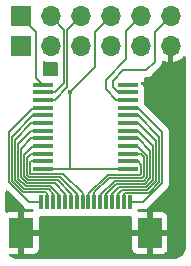
<source format=gbr>
%TF.GenerationSoftware,KiCad,Pcbnew,8.0.8-8.0.8-0~ubuntu24.04.1*%
%TF.CreationDate,2025-03-22T16:56:25+00:00*%
%TF.ProjectId,FSRrayDMUX-ADC,46535272-6179-4444-9d55-582d4144432e,rev?*%
%TF.SameCoordinates,Original*%
%TF.FileFunction,Copper,L1,Top*%
%TF.FilePolarity,Positive*%
%FSLAX46Y46*%
G04 Gerber Fmt 4.6, Leading zero omitted, Abs format (unit mm)*
G04 Created by KiCad (PCBNEW 8.0.8-8.0.8-0~ubuntu24.04.1) date 2025-03-22 16:56:25*
%MOMM*%
%LPD*%
G01*
G04 APERTURE LIST*
%TA.AperFunction,SMDPad,CuDef*%
%ADD10R,0.300000X1.250000*%
%TD*%
%TA.AperFunction,SMDPad,CuDef*%
%ADD11R,2.000000X2.500000*%
%TD*%
%TA.AperFunction,ComponentPad*%
%ADD12R,1.700000X1.700000*%
%TD*%
%TA.AperFunction,ComponentPad*%
%ADD13O,1.700000X1.700000*%
%TD*%
%TA.AperFunction,SMDPad,CuDef*%
%ADD14R,1.750000X0.450000*%
%TD*%
%TA.AperFunction,ViaPad*%
%ADD15C,0.400000*%
%TD*%
%TA.AperFunction,Conductor*%
%ADD16C,0.127000*%
%TD*%
G04 APERTURE END LIST*
D10*
%TO.P,FPC1,1,1*%
%TO.N,Net-(MUX1-I15)*%
X150250000Y-138710000D03*
%TO.P,FPC1,2,2*%
%TO.N,Net-(MUX1-I14)*%
X150750000Y-138710000D03*
%TO.P,FPC1,3,3*%
%TO.N,Net-(MUX1-I13)*%
X151250000Y-138710000D03*
%TO.P,FPC1,4,4*%
%TO.N,Net-(MUX1-I12)*%
X151750000Y-138710000D03*
%TO.P,FPC1,5,5*%
%TO.N,Net-(MUX1-I11)*%
X152250000Y-138710000D03*
%TO.P,FPC1,6,6*%
%TO.N,Net-(MUX1-I10)*%
X152750000Y-138710000D03*
%TO.P,FPC1,7,7*%
%TO.N,Net-(MUX1-I9)*%
X153250000Y-138710000D03*
%TO.P,FPC1,8,8*%
%TO.N,Net-(MUX1-I8)*%
X153750000Y-138710000D03*
%TO.P,FPC1,9,9*%
%TO.N,Net-(MUX1-I7)*%
X154250000Y-138710000D03*
%TO.P,FPC1,10,10*%
%TO.N,Net-(MUX1-I6)*%
X154750000Y-138710000D03*
%TO.P,FPC1,11,11*%
%TO.N,Net-(MUX1-I5)*%
X155250000Y-138710000D03*
%TO.P,FPC1,12,12*%
%TO.N,Net-(MUX1-I4)*%
X155750000Y-138710000D03*
%TO.P,FPC1,13,13*%
%TO.N,Net-(MUX1-I3)*%
X156250000Y-138710000D03*
%TO.P,FPC1,14,14*%
%TO.N,Net-(MUX1-I2)*%
X156750000Y-138710000D03*
%TO.P,FPC1,15,15*%
%TO.N,Net-(MUX1-I1)*%
X157250000Y-138710000D03*
%TO.P,FPC1,16,16*%
%TO.N,Net-(MUX1-I0)*%
X157750000Y-138710000D03*
D11*
%TO.P,FPC1,17,17*%
%TO.N,GND*%
X159440000Y-141290000D03*
%TO.P,FPC1,18,18*%
X148560000Y-141290000D03*
%TD*%
D12*
%TO.P,J1,1,Pin_1*%
%TO.N,/CS1*%
X148500000Y-125500000D03*
D13*
%TO.P,J1,2,Pin_2*%
%TO.N,/SCLK*%
X151040000Y-125500000D03*
%TO.P,J1,3,Pin_3*%
%TO.N,/MOSI*%
X153580000Y-125500000D03*
%TO.P,J1,4,Pin_4*%
%TO.N,/MISO*%
X156120000Y-125500000D03*
%TO.P,J1,5,Pin_5*%
%TO.N,/EOC1*%
X158660000Y-125500000D03*
%TO.P,J1,6,Pin_6*%
%TO.N,GND*%
X161200000Y-125500000D03*
%TD*%
D14*
%TO.P,MUX1,1,COM*%
%TO.N,+5V*%
X157600000Y-135875000D03*
%TO.P,MUX1,2,I7*%
%TO.N,Net-(MUX1-I7)*%
X157600000Y-135225000D03*
%TO.P,MUX1,3,I6*%
%TO.N,Net-(MUX1-I6)*%
X157600000Y-134575000D03*
%TO.P,MUX1,4,I5*%
%TO.N,Net-(MUX1-I5)*%
X157600000Y-133925000D03*
%TO.P,MUX1,5,I4*%
%TO.N,Net-(MUX1-I4)*%
X157600000Y-133275000D03*
%TO.P,MUX1,6,I3*%
%TO.N,Net-(MUX1-I3)*%
X157600000Y-132625000D03*
%TO.P,MUX1,7,I2*%
%TO.N,Net-(MUX1-I2)*%
X157600000Y-131975000D03*
%TO.P,MUX1,8,I1*%
%TO.N,Net-(MUX1-I1)*%
X157600000Y-131325000D03*
%TO.P,MUX1,9,I0*%
%TO.N,Net-(MUX1-I0)*%
X157600000Y-130675000D03*
%TO.P,MUX1,10,S0*%
%TO.N,/S0*%
X157600000Y-130025000D03*
%TO.P,MUX1,11,S1*%
%TO.N,/S1*%
X157600000Y-129375000D03*
%TO.P,MUX1,12,GND*%
%TO.N,GND*%
X157600000Y-128725000D03*
%TO.P,MUX1,13,S3*%
%TO.N,/S3*%
X150400000Y-128725000D03*
%TO.P,MUX1,14,S2*%
%TO.N,/S2*%
X150400000Y-129375000D03*
%TO.P,MUX1,15,~{E}*%
%TO.N,/EN1*%
X150400000Y-130025000D03*
%TO.P,MUX1,16,I15*%
%TO.N,Net-(MUX1-I15)*%
X150400000Y-130675000D03*
%TO.P,MUX1,17,I14*%
%TO.N,Net-(MUX1-I14)*%
X150400000Y-131325000D03*
%TO.P,MUX1,18,I13*%
%TO.N,Net-(MUX1-I13)*%
X150400000Y-131975000D03*
%TO.P,MUX1,19,I12*%
%TO.N,Net-(MUX1-I12)*%
X150400000Y-132625000D03*
%TO.P,MUX1,20,I11*%
%TO.N,Net-(MUX1-I11)*%
X150400000Y-133275000D03*
%TO.P,MUX1,21,I10*%
%TO.N,Net-(MUX1-I10)*%
X150400000Y-133925000D03*
%TO.P,MUX1,22,I9*%
%TO.N,Net-(MUX1-I9)*%
X150400000Y-134575000D03*
%TO.P,MUX1,23,I8*%
%TO.N,Net-(MUX1-I8)*%
X150400000Y-135225000D03*
%TO.P,MUX1,24,VCC*%
%TO.N,+5V*%
X150400000Y-135875000D03*
%TD*%
D12*
%TO.P,J4,1,Pin_1*%
%TO.N,/S3*%
X148500000Y-122960000D03*
D13*
%TO.P,J4,2,Pin_2*%
%TO.N,/S2*%
X151040000Y-122960000D03*
%TO.P,J4,3,Pin_3*%
%TO.N,/EN1*%
X153580000Y-122960000D03*
%TO.P,J4,4,Pin_4*%
%TO.N,+5V*%
X156120000Y-122960000D03*
%TO.P,J4,5,Pin_5*%
%TO.N,/S0*%
X158660000Y-122960000D03*
%TO.P,J4,6,Pin_6*%
%TO.N,/S1*%
X161200000Y-122960000D03*
%TD*%
D15*
%TO.N,+5V*%
X152717500Y-129365000D03*
%TO.N,GND*%
X159440000Y-141290000D03*
X148560000Y-141290000D03*
X151280000Y-127100000D03*
%TD*%
D16*
%TO.N,+5V*%
X154800000Y-124280000D02*
X156120000Y-122960000D01*
X152700000Y-129382500D02*
X152700000Y-135875000D01*
X152717500Y-129365000D02*
X154800000Y-127282500D01*
X154800000Y-127282500D02*
X154800000Y-124280000D01*
X152700000Y-135875000D02*
X157600000Y-135875000D01*
X152717500Y-129365000D02*
X152700000Y-129382500D01*
X150400000Y-135875000D02*
X152700000Y-135875000D01*
%TO.N,Net-(MUX1-I14)*%
X147754000Y-133140000D02*
X149569000Y-131325000D01*
X147754000Y-136894790D02*
X147754000Y-133140000D01*
X150750000Y-137958000D02*
X150652000Y-137860000D01*
X150750000Y-138710000D02*
X150750000Y-137958000D01*
X148719210Y-137860000D02*
X147754000Y-136894790D01*
X150652000Y-137860000D02*
X148719210Y-137860000D01*
X149569000Y-131325000D02*
X150400000Y-131325000D01*
%TO.N,Net-(MUX1-I7)*%
X158722000Y-136278000D02*
X158634000Y-136366000D01*
X154250000Y-137981790D02*
X154250000Y-138710000D01*
X158634000Y-136366000D02*
X155865790Y-136366000D01*
X155865790Y-136366000D02*
X154250000Y-137981790D01*
X157600000Y-135225000D02*
X158431000Y-135225000D01*
X158722000Y-135516000D02*
X158722000Y-136278000D01*
X158431000Y-135225000D02*
X158722000Y-135516000D01*
%TO.N,Net-(MUX1-I8)*%
X153750000Y-137950000D02*
X153750000Y-138710000D01*
X150400000Y-135225000D02*
X149398000Y-135225000D01*
X149398000Y-135225000D02*
X149334500Y-135288500D01*
X152136000Y-136336000D02*
X153750000Y-137950000D01*
X149334500Y-135288500D02*
X149334500Y-136270500D01*
X149334500Y-136270500D02*
X149400000Y-136336000D01*
X149400000Y-136336000D02*
X152136000Y-136336000D01*
%TO.N,Net-(MUX1-I4)*%
X159484000Y-134328000D02*
X158431000Y-133275000D01*
X155750000Y-138710000D02*
X155750000Y-137958000D01*
X159035160Y-137128000D02*
X159484000Y-136679160D01*
X158431000Y-133275000D02*
X157600000Y-133275000D01*
X155750000Y-137958000D02*
X156580000Y-137128000D01*
X156580000Y-137128000D02*
X159035160Y-137128000D01*
X159484000Y-136679160D02*
X159484000Y-134328000D01*
%TO.N,Net-(MUX1-I12)*%
X151750000Y-138710000D02*
X151750000Y-138098790D01*
X151003210Y-137352000D02*
X148929630Y-137352000D01*
X149398000Y-132625000D02*
X150400000Y-132625000D01*
X148262000Y-133761000D02*
X149398000Y-132625000D01*
X148929630Y-137352000D02*
X148262000Y-136684370D01*
X151750000Y-138098790D02*
X151003210Y-137352000D01*
X148262000Y-136684370D02*
X148262000Y-133761000D01*
%TO.N,Net-(MUX1-I3)*%
X159140370Y-137382000D02*
X159738000Y-136784370D01*
X158431000Y-132625000D02*
X157600000Y-132625000D01*
X156826000Y-137382000D02*
X159140370Y-137382000D01*
X156250000Y-137958000D02*
X156826000Y-137382000D01*
X156250000Y-138710000D02*
X156250000Y-137958000D01*
X159738000Y-136784370D02*
X159738000Y-133932000D01*
X159738000Y-133932000D02*
X158431000Y-132625000D01*
%TO.N,Net-(MUX1-I1)*%
X160246000Y-136994790D02*
X159346290Y-137894500D01*
X158431000Y-131325000D02*
X160246000Y-133140000D01*
X157600000Y-131325000D02*
X158431000Y-131325000D01*
X157250000Y-137958000D02*
X157250000Y-138710000D01*
X160246000Y-133140000D02*
X160246000Y-136994790D01*
X159346290Y-137894500D02*
X157313500Y-137894500D01*
X157313500Y-137894500D02*
X157250000Y-137958000D01*
%TO.N,Net-(MUX1-I13)*%
X148824420Y-137606000D02*
X148008000Y-136789580D01*
X151250000Y-137958000D02*
X150898000Y-137606000D01*
X148008000Y-136789580D02*
X148008000Y-133392000D01*
X148008000Y-133392000D02*
X149425000Y-131975000D01*
X151250000Y-138710000D02*
X151250000Y-137958000D01*
X149425000Y-131975000D02*
X150400000Y-131975000D01*
X150898000Y-137606000D02*
X148824420Y-137606000D01*
%TO.N,Net-(MUX1-I10)*%
X148770000Y-136473950D02*
X148770000Y-134724000D01*
X148770000Y-134724000D02*
X149569000Y-133925000D01*
X152750000Y-137958000D02*
X151636000Y-136844000D01*
X149569000Y-133925000D02*
X150400000Y-133925000D01*
X151636000Y-136844000D02*
X149140050Y-136844000D01*
X149140050Y-136844000D02*
X148770000Y-136473950D01*
X152750000Y-138710000D02*
X152750000Y-137958000D01*
%TO.N,Net-(MUX1-I11)*%
X148516000Y-134157000D02*
X149398000Y-133275000D01*
X149398000Y-133275000D02*
X150400000Y-133275000D01*
X151390000Y-137098000D02*
X149034840Y-137098000D01*
X152250000Y-138710000D02*
X152250000Y-137958000D01*
X149034840Y-137098000D02*
X148516000Y-136579160D01*
X152250000Y-137958000D02*
X151390000Y-137098000D01*
X148516000Y-136579160D02*
X148516000Y-134157000D01*
%TO.N,Net-(MUX1-I15)*%
X150400000Y-130675000D02*
X149569000Y-130675000D01*
X147500000Y-137000000D02*
X149210000Y-138710000D01*
X149569000Y-130675000D02*
X147500000Y-132744000D01*
X149210000Y-138710000D02*
X150250000Y-138710000D01*
X147500000Y-132744000D02*
X147500000Y-137000000D01*
%TO.N,Net-(MUX1-I5)*%
X155250000Y-138098790D02*
X156474790Y-136874000D01*
X158374710Y-133925000D02*
X157600000Y-133925000D01*
X155250000Y-138710000D02*
X155250000Y-138098790D01*
X156474790Y-136874000D02*
X158929950Y-136874000D01*
X159230000Y-134780290D02*
X158374710Y-133925000D01*
X158929950Y-136874000D02*
X159230000Y-136573950D01*
X159230000Y-136573950D02*
X159230000Y-134780290D01*
%TO.N,Net-(MUX1-I0)*%
X160500000Y-132744000D02*
X158431000Y-130675000D01*
X158890000Y-138710000D02*
X160500000Y-137100000D01*
X160500000Y-137100000D02*
X160500000Y-132744000D01*
X157750000Y-138710000D02*
X158890000Y-138710000D01*
X158431000Y-130675000D02*
X157600000Y-130675000D01*
%TO.N,Net-(MUX1-I2)*%
X156750000Y-138710000D02*
X156750000Y-137958000D01*
X156750000Y-137958000D02*
X157072000Y-137636000D01*
X159245580Y-137636000D02*
X159992000Y-136889580D01*
X158431000Y-131975000D02*
X157600000Y-131975000D01*
X159992000Y-133536000D02*
X158431000Y-131975000D01*
X157072000Y-137636000D02*
X159245580Y-137636000D01*
X159992000Y-136889580D02*
X159992000Y-133536000D01*
%TO.N,Net-(MUX1-I9)*%
X149398000Y-134575000D02*
X150400000Y-134575000D01*
X149024000Y-136368740D02*
X149024000Y-134949000D01*
X149024000Y-134949000D02*
X149398000Y-134575000D01*
X153250000Y-137958000D02*
X151882000Y-136590000D01*
X153250000Y-138710000D02*
X153250000Y-137958000D01*
X151882000Y-136590000D02*
X149245260Y-136590000D01*
X149245260Y-136590000D02*
X149024000Y-136368740D01*
%TO.N,Net-(MUX1-I6)*%
X154750000Y-137841000D02*
X155971000Y-136620000D01*
X158665500Y-134575000D02*
X157600000Y-134575000D01*
X155971000Y-136620000D02*
X158824740Y-136620000D01*
X158824740Y-136620000D02*
X158976000Y-136468740D01*
X154750000Y-138710000D02*
X154750000Y-137841000D01*
X158976000Y-134885500D02*
X158665500Y-134575000D01*
X158976000Y-136468740D02*
X158976000Y-134885500D01*
%TO.N,/EN1*%
X152454000Y-124086000D02*
X153580000Y-122960000D01*
X152454000Y-128973000D02*
X152454000Y-124086000D01*
X151402000Y-130025000D02*
X152454000Y-128973000D01*
X150400000Y-130025000D02*
X151402000Y-130025000D01*
%TO.N,/S3*%
X150369512Y-128725000D02*
X149800000Y-128155488D01*
X149800000Y-124260000D02*
X148500000Y-122960000D01*
X150400000Y-128725000D02*
X150369512Y-128725000D01*
X149800000Y-128155488D02*
X149800000Y-124260000D01*
%TO.N,/S2*%
X150400000Y-129375000D02*
X151402000Y-129375000D01*
X152200000Y-124120000D02*
X151040000Y-122960000D01*
X151402000Y-129375000D02*
X152200000Y-128577000D01*
X152200000Y-128577000D02*
X152200000Y-124120000D01*
%TO.N,/S1*%
X156300000Y-128906000D02*
X156300000Y-128400000D01*
X159900000Y-126800000D02*
X159900000Y-124260000D01*
X159163500Y-127536500D02*
X159900000Y-126800000D01*
X156300000Y-128400000D02*
X157163500Y-127536500D01*
X157600000Y-129375000D02*
X156769000Y-129375000D01*
X159900000Y-124260000D02*
X161200000Y-122960000D01*
X157163500Y-127536500D02*
X159163500Y-127536500D01*
X156769000Y-129375000D02*
X156300000Y-128906000D01*
%TO.N,/S0*%
X155700000Y-129127000D02*
X155700000Y-128300000D01*
X155700000Y-128300000D02*
X157400000Y-126600000D01*
X157400000Y-126600000D02*
X157400000Y-124220000D01*
X157400000Y-124220000D02*
X158660000Y-122960000D01*
X157600000Y-130025000D02*
X156598000Y-130025000D01*
X156598000Y-130025000D02*
X155700000Y-129127000D01*
%TD*%
%TA.AperFunction,Conductor*%
%TO.N,GND*%
G36*
X161450000Y-126830633D02*
G01*
X161663483Y-126773433D01*
X161663492Y-126773429D01*
X161877578Y-126673600D01*
X162071082Y-126538105D01*
X162238107Y-126371080D01*
X162263925Y-126334209D01*
X162318501Y-126290584D01*
X162388000Y-126283390D01*
X162450355Y-126314912D01*
X162485769Y-126375142D01*
X162489500Y-126405332D01*
X162489500Y-142494587D01*
X162489028Y-142505395D01*
X162475412Y-142661017D01*
X162471659Y-142682303D01*
X162432633Y-142827950D01*
X162425240Y-142848261D01*
X162361517Y-142984915D01*
X162350710Y-143003633D01*
X162264220Y-143127154D01*
X162250326Y-143143712D01*
X162143712Y-143250326D01*
X162127154Y-143264220D01*
X162003633Y-143350710D01*
X161984915Y-143361517D01*
X161848261Y-143425240D01*
X161827950Y-143432633D01*
X161682303Y-143471659D01*
X161661017Y-143475412D01*
X161527247Y-143487116D01*
X161505393Y-143489028D01*
X161494588Y-143489500D01*
X148205412Y-143489500D01*
X148194606Y-143489028D01*
X148169584Y-143486838D01*
X148038982Y-143475412D01*
X148017696Y-143471659D01*
X147872049Y-143432633D01*
X147851738Y-143425240D01*
X147715084Y-143361517D01*
X147696366Y-143350710D01*
X147574780Y-143265575D01*
X147531155Y-143210998D01*
X147523961Y-143141500D01*
X147555484Y-143079145D01*
X147615714Y-143043731D01*
X147645903Y-143040000D01*
X148310000Y-143040000D01*
X148810000Y-143040000D01*
X149607828Y-143040000D01*
X149607844Y-143039999D01*
X149667372Y-143033598D01*
X149667379Y-143033596D01*
X149802086Y-142983354D01*
X149802093Y-142983350D01*
X149917187Y-142897190D01*
X149917190Y-142897187D01*
X150003350Y-142782093D01*
X150003354Y-142782086D01*
X150053596Y-142647379D01*
X150053598Y-142647372D01*
X150059999Y-142587844D01*
X157940000Y-142587844D01*
X157946401Y-142647372D01*
X157946403Y-142647379D01*
X157996645Y-142782086D01*
X157996649Y-142782093D01*
X158082809Y-142897187D01*
X158082812Y-142897190D01*
X158197906Y-142983350D01*
X158197913Y-142983354D01*
X158332620Y-143033596D01*
X158332627Y-143033598D01*
X158392155Y-143039999D01*
X158392172Y-143040000D01*
X159190000Y-143040000D01*
X159690000Y-143040000D01*
X160487828Y-143040000D01*
X160487844Y-143039999D01*
X160547372Y-143033598D01*
X160547379Y-143033596D01*
X160682086Y-142983354D01*
X160682093Y-142983350D01*
X160797187Y-142897190D01*
X160797190Y-142897187D01*
X160883350Y-142782093D01*
X160883354Y-142782086D01*
X160933596Y-142647379D01*
X160933598Y-142647372D01*
X160939999Y-142587844D01*
X160940000Y-142587827D01*
X160940000Y-141540000D01*
X159690000Y-141540000D01*
X159690000Y-143040000D01*
X159190000Y-143040000D01*
X159190000Y-141540000D01*
X157940000Y-141540000D01*
X157940000Y-142587844D01*
X150059999Y-142587844D01*
X150060000Y-142587827D01*
X150060000Y-141540000D01*
X148810000Y-141540000D01*
X148810000Y-143040000D01*
X148310000Y-143040000D01*
X148310000Y-139540000D01*
X147512155Y-139540000D01*
X147452627Y-139546401D01*
X147452620Y-139546403D01*
X147377833Y-139574297D01*
X147308141Y-139579281D01*
X147246818Y-139545796D01*
X147213334Y-139484473D01*
X147210500Y-139458115D01*
X147210500Y-137807478D01*
X147230185Y-137740439D01*
X147282989Y-137694684D01*
X147352147Y-137684740D01*
X147415703Y-137713765D01*
X147422181Y-137719797D01*
X148754346Y-139051962D01*
X148754356Y-139051973D01*
X148758686Y-139056303D01*
X148758687Y-139056304D01*
X148863696Y-139161313D01*
X148992304Y-139235565D01*
X149135747Y-139274000D01*
X149135748Y-139274000D01*
X149476412Y-139274000D01*
X149543451Y-139293685D01*
X149589206Y-139346489D01*
X149599702Y-139384746D01*
X149601637Y-139402746D01*
X149589230Y-139471506D01*
X149541619Y-139522642D01*
X149478347Y-139540000D01*
X148810000Y-139540000D01*
X148810000Y-141040000D01*
X150060000Y-141040000D01*
X150060000Y-139992172D01*
X150059999Y-139992158D01*
X150057913Y-139972756D01*
X150070317Y-139903996D01*
X150117927Y-139852858D01*
X150181199Y-139835499D01*
X150447872Y-139835499D01*
X150447885Y-139835498D01*
X150486744Y-139831320D01*
X150513252Y-139831320D01*
X150552127Y-139835500D01*
X150947872Y-139835499D01*
X150947873Y-139835498D01*
X150947885Y-139835498D01*
X150986744Y-139831320D01*
X151013252Y-139831320D01*
X151052127Y-139835500D01*
X151447872Y-139835499D01*
X151447873Y-139835498D01*
X151447885Y-139835498D01*
X151486744Y-139831320D01*
X151513252Y-139831320D01*
X151552127Y-139835500D01*
X151947872Y-139835499D01*
X151947873Y-139835498D01*
X151947885Y-139835498D01*
X151986744Y-139831320D01*
X152013252Y-139831320D01*
X152052127Y-139835500D01*
X152447872Y-139835499D01*
X152447873Y-139835498D01*
X152447885Y-139835498D01*
X152486744Y-139831320D01*
X152513252Y-139831320D01*
X152552127Y-139835500D01*
X152947872Y-139835499D01*
X152947873Y-139835498D01*
X152947885Y-139835498D01*
X152986744Y-139831320D01*
X153013252Y-139831320D01*
X153052127Y-139835500D01*
X153447872Y-139835499D01*
X153447873Y-139835498D01*
X153447885Y-139835498D01*
X153486744Y-139831320D01*
X153513252Y-139831320D01*
X153552127Y-139835500D01*
X153947872Y-139835499D01*
X153947873Y-139835498D01*
X153947885Y-139835498D01*
X153986744Y-139831320D01*
X154013252Y-139831320D01*
X154052127Y-139835500D01*
X154447872Y-139835499D01*
X154447873Y-139835498D01*
X154447885Y-139835498D01*
X154486744Y-139831320D01*
X154513252Y-139831320D01*
X154552127Y-139835500D01*
X154947872Y-139835499D01*
X154947873Y-139835498D01*
X154947885Y-139835498D01*
X154986744Y-139831320D01*
X155013252Y-139831320D01*
X155052127Y-139835500D01*
X155447872Y-139835499D01*
X155447873Y-139835498D01*
X155447885Y-139835498D01*
X155486744Y-139831320D01*
X155513252Y-139831320D01*
X155552127Y-139835500D01*
X155947872Y-139835499D01*
X155947873Y-139835498D01*
X155947885Y-139835498D01*
X155986744Y-139831320D01*
X156013252Y-139831320D01*
X156052127Y-139835500D01*
X156447872Y-139835499D01*
X156447873Y-139835498D01*
X156447885Y-139835498D01*
X156486744Y-139831320D01*
X156513252Y-139831320D01*
X156552127Y-139835500D01*
X156947872Y-139835499D01*
X156947873Y-139835498D01*
X156947885Y-139835498D01*
X156986744Y-139831320D01*
X157013252Y-139831320D01*
X157052127Y-139835500D01*
X157447872Y-139835499D01*
X157447873Y-139835498D01*
X157447885Y-139835498D01*
X157486744Y-139831320D01*
X157513252Y-139831320D01*
X157552127Y-139835500D01*
X157818798Y-139835499D01*
X157885836Y-139855183D01*
X157931591Y-139907987D01*
X157942087Y-139972750D01*
X157940000Y-139992161D01*
X157940000Y-141040000D01*
X159190000Y-141040000D01*
X159690000Y-141040000D01*
X160940000Y-141040000D01*
X160940000Y-139992172D01*
X160939999Y-139992155D01*
X160933598Y-139932627D01*
X160933596Y-139932620D01*
X160883354Y-139797913D01*
X160883350Y-139797906D01*
X160797190Y-139682812D01*
X160797187Y-139682809D01*
X160682093Y-139596649D01*
X160682086Y-139596645D01*
X160547379Y-139546403D01*
X160547372Y-139546401D01*
X160487844Y-139540000D01*
X159690000Y-139540000D01*
X159690000Y-141040000D01*
X159190000Y-141040000D01*
X159190000Y-139540000D01*
X158521653Y-139540000D01*
X158454614Y-139520315D01*
X158408859Y-139467511D01*
X158398363Y-139402746D01*
X158400298Y-139384743D01*
X158427036Y-139320195D01*
X158484428Y-139280346D01*
X158523588Y-139274000D01*
X158964251Y-139274000D01*
X158964253Y-139274000D01*
X159107696Y-139235565D01*
X159236304Y-139161313D01*
X159341313Y-139056304D01*
X159341313Y-139056302D01*
X159351517Y-139046099D01*
X159351521Y-139046094D01*
X160836094Y-137561521D01*
X160836099Y-137561517D01*
X160846302Y-137551313D01*
X160846304Y-137551313D01*
X160951313Y-137446304D01*
X161025565Y-137317696D01*
X161031378Y-137296000D01*
X161064001Y-137174252D01*
X161064001Y-137025747D01*
X161064001Y-137018152D01*
X161064000Y-137018134D01*
X161064000Y-132669750D01*
X161064000Y-132669748D01*
X161025565Y-132526304D01*
X160951313Y-132397696D01*
X160846304Y-132292687D01*
X160846303Y-132292686D01*
X160841973Y-132288356D01*
X160841962Y-132288346D01*
X159008811Y-130455195D01*
X158975326Y-130393872D01*
X158973203Y-130380777D01*
X158971319Y-130363245D01*
X158971320Y-130336745D01*
X158975500Y-130297873D01*
X158975499Y-129752128D01*
X158975499Y-129752127D01*
X158975498Y-129752111D01*
X158971320Y-129713253D01*
X158971320Y-129686745D01*
X158975500Y-129647873D01*
X158975499Y-129102128D01*
X158971067Y-129060898D01*
X158971068Y-129034393D01*
X158974999Y-128997833D01*
X158975000Y-128997819D01*
X158975000Y-128950000D01*
X158959388Y-128934388D01*
X158945516Y-128930315D01*
X158913289Y-128900312D01*
X158874999Y-128849164D01*
X158832546Y-128792454D01*
X158832544Y-128792453D01*
X158832544Y-128792452D01*
X158740124Y-128723266D01*
X158698253Y-128667332D01*
X158693269Y-128597641D01*
X158726755Y-128536318D01*
X158788078Y-128502834D01*
X158814435Y-128500000D01*
X158975000Y-128500000D01*
X158975000Y-128452172D01*
X158974999Y-128452155D01*
X158968598Y-128392627D01*
X158968596Y-128392620D01*
X158922054Y-128267833D01*
X158917070Y-128198142D01*
X158950555Y-128136818D01*
X159011878Y-128103334D01*
X159038236Y-128100500D01*
X159237751Y-128100500D01*
X159237753Y-128100500D01*
X159381196Y-128062065D01*
X159509804Y-127987813D01*
X159614813Y-127882804D01*
X159614813Y-127882802D01*
X159625017Y-127872599D01*
X159625021Y-127872594D01*
X160236094Y-127261521D01*
X160236099Y-127261517D01*
X160246302Y-127251313D01*
X160246304Y-127251313D01*
X160351313Y-127146304D01*
X160425565Y-127017696D01*
X160444694Y-126946304D01*
X160464000Y-126874253D01*
X160464000Y-126840998D01*
X160483685Y-126773959D01*
X160536489Y-126728204D01*
X160605647Y-126718260D01*
X160640405Y-126728616D01*
X160736507Y-126773430D01*
X160736516Y-126773433D01*
X160950000Y-126830634D01*
X160950000Y-125933012D01*
X161007007Y-125965925D01*
X161134174Y-126000000D01*
X161265826Y-126000000D01*
X161392993Y-125965925D01*
X161450000Y-125933012D01*
X161450000Y-126830633D01*
G37*
%TD.AperFunction*%
%TA.AperFunction,Conductor*%
G36*
X150540400Y-126757145D02*
G01*
X150576337Y-126773903D01*
X150576343Y-126773904D01*
X150576344Y-126773905D01*
X150606298Y-126781931D01*
X150804592Y-126835063D01*
X150981034Y-126850500D01*
X151039999Y-126855659D01*
X151040000Y-126855659D01*
X151040001Y-126855659D01*
X151079234Y-126852226D01*
X151275408Y-126835063D01*
X151479908Y-126780268D01*
X151549757Y-126781931D01*
X151607619Y-126821094D01*
X151635123Y-126885322D01*
X151636000Y-126900043D01*
X151636000Y-127921871D01*
X151616315Y-127988910D01*
X151563511Y-128034665D01*
X151494353Y-128044609D01*
X151468667Y-128038053D01*
X151382482Y-128005908D01*
X151382483Y-128005908D01*
X151322883Y-127999501D01*
X151322881Y-127999500D01*
X151322873Y-127999500D01*
X151322865Y-127999500D01*
X150492991Y-127999500D01*
X150425952Y-127979815D01*
X150405301Y-127963172D01*
X150400310Y-127958180D01*
X150366831Y-127896854D01*
X150364000Y-127870508D01*
X150364000Y-126869529D01*
X150383685Y-126802490D01*
X150436489Y-126756735D01*
X150505647Y-126746791D01*
X150540400Y-126757145D01*
G37*
%TD.AperFunction*%
%TD*%
M02*

</source>
